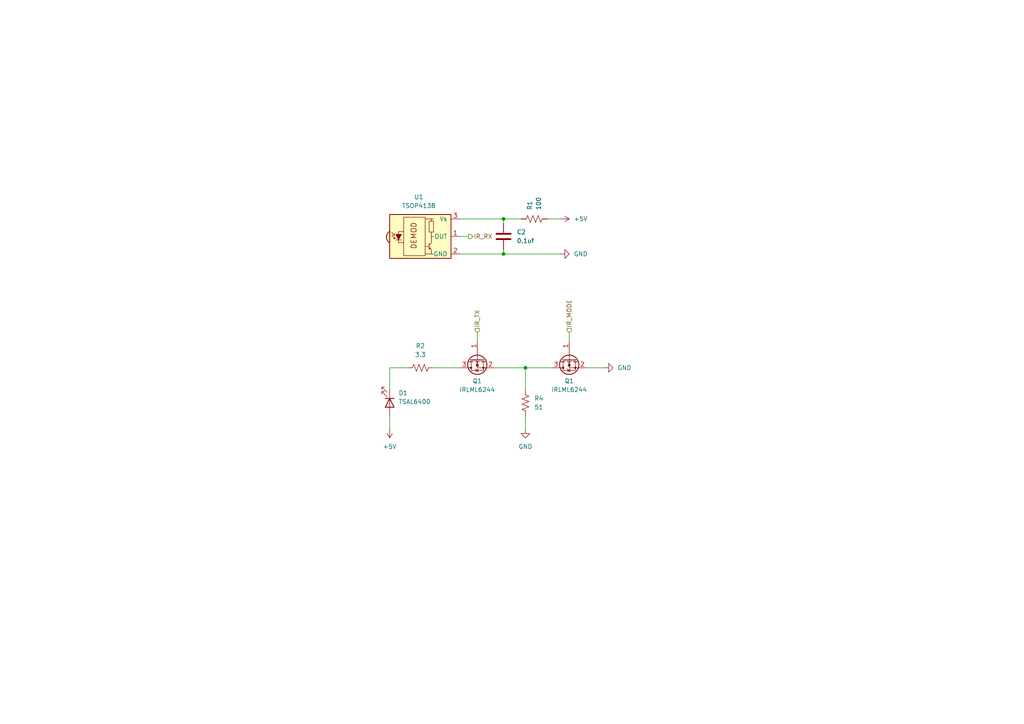
<source format=kicad_sch>
(kicad_sch (version 20230121) (generator eeschema)
  (paper "A4")
  (lib_symbols
    (symbol "Device:C" (pin_numbers hide) (pin_names (offset 0.254))
      (property "Reference" "C" (at 0.635 2.54 0))
      (property "Value" "C" (at 0.635 -2.54 0))
      (symbol "C_0_1"
        (polyline (pts (xy -2.032 -0.762) (xy 2.032 -0.762)) (stroke (width 0.508)))
        (polyline (pts (xy -2.032 0.762) (xy 2.032 0.762)) (stroke (width 0.508)))
      )
      (symbol "C_1_1"
        (pin passive line (at 0 3.81 270) (length 2.794) (name "~") (number "1"))
        (pin passive line (at 0 -3.81 90) (length 2.794) (name "~") (number "2"))
      )
    )
    (symbol "Device:LED" (pin_numbers hide) (pin_names (offset 1.016) hide)
      (property "Reference" "D" (at 0 2.54 0))
      (property "Value" "LED" (at 0 -2.54 0))
      (symbol "LED_0_1"
        (polyline (pts (xy -1.27 -1.27) (xy -1.27 1.27)) (stroke (width 0.254)))
        (polyline (pts (xy -1.27 0) (xy 1.27 0)))
        (polyline (pts (xy 1.27 -1.27) (xy 1.27 1.27) (xy -1.27 0) (xy 1.27 -1.27)) (stroke (width 0.254)))
        (polyline (pts (xy -3.048 -0.762) (xy -4.572 -2.286) (xy -3.81 -2.286) (xy -4.572 -2.286) (xy -4.572 -1.524)))
        (polyline (pts (xy -1.778 -0.762) (xy -3.302 -2.286) (xy -2.54 -2.286) (xy -3.302 -2.286) (xy -3.302 -1.524)))
      )
      (symbol "LED_1_1"
        (pin passive line (at -3.81 0 0) (length 2.54) (name "K") (number "1"))
        (pin passive line (at 3.81 0 180) (length 2.54) (name "A") (number "2"))
      )
    )
    (symbol "Device:R_US" (pin_numbers hide) (pin_names (offset 0))
      (property "Reference" "R" (at 2.54 0 90))
      (property "Value" "R_US" (at -2.54 0 90))
      (symbol "R_US_0_1"
        (polyline (pts (xy 0 -2.286) (xy 0 -2.54)))
        (polyline (pts (xy 0 2.286) (xy 0 2.54)))
        (polyline (pts (xy 0 -0.762) (xy 1.016 -1.143) (xy 0 -1.524) (xy -1.016 -1.905) (xy 0 -2.286)))
        (polyline (pts (xy 0 0.762) (xy 1.016 0.381) (xy 0 0) (xy -1.016 -0.381) (xy 0 -0.762)))
        (polyline (pts (xy 0 2.286) (xy 1.016 1.905) (xy 0 1.524) (xy -1.016 1.143) (xy 0 0.762)))
      )
      (symbol "R_US_1_1"
        (pin passive line (at 0 3.81 270) (length 1.27) (name "~") (number "1"))
        (pin passive line (at 0 -3.81 90) (length 1.27) (name "~") (number "2"))
      )
    )
    (symbol "Interface_Optical:TSOP41xx" (pin_names (offset 1.016))
      (property "Reference" "U" (at -10.16 7.62 0))
      (property "Value" "TSOP41xx" (at -10.16 -7.62 0))
      (symbol "TSOP41xx_0_0"
        (arc (start -10.287 1.397) (mid -11.0899 -0.1852) (end -10.287 -1.778) (stroke (width 0.254)) (fill (type background)))
        (polyline (pts (xy 1.905 -5.08) (xy 0.127 -5.08)))
        (polyline (pts (xy 1.905 5.08) (xy 0.127 5.08)))
        (text "DEMOD" (at -3.175 0.254 900) (effects (font (size 1.524 1.524))))
      )
      (symbol "TSOP41xx_0_1"
        (rectangle (start -6.096 5.588) (end 0.127 -5.588))
        (polyline (pts (xy -8.763 0.381) (xy -9.652 1.27)))
        (polyline (pts (xy -8.763 0.381) (xy -9.271 0.381)))
        (polyline (pts (xy -8.763 0.381) (xy -8.763 0.889)))
        (polyline (pts (xy -8.636 -0.635) (xy -9.525 0.254)))
        (polyline (pts (xy -8.636 -0.635) (xy -9.144 -0.635)))
        (polyline (pts (xy -8.636 -0.635) (xy -8.636 -0.127)))
        (polyline (pts (xy -8.382 -1.016) (xy -6.731 -1.016)))
        (polyline (pts (xy 1.27 -2.921) (xy 0.127 -2.921)))
        (polyline (pts (xy 1.27 -1.905) (xy 1.27 -3.81)))
        (polyline (pts (xy 1.397 -3.556) (xy 1.524 -3.556)))
        (polyline (pts (xy 1.651 -3.556) (xy 1.524 -3.556)))
        (polyline (pts (xy 1.651 -3.556) (xy 1.651 -3.302)))
        (polyline (pts (xy 1.905 0) (xy 1.905 1.27)))
        (polyline (pts (xy 1.905 4.445) (xy 1.905 5.08) (xy 2.54 5.08)))
        (polyline (pts (xy -8.382 0.635) (xy -6.731 0.635) (xy -7.62 -1.016) (xy -8.382 0.635)) (fill (type outline)))
        (polyline (pts (xy -6.096 1.397) (xy -7.62 1.397) (xy -7.62 -1.778) (xy -6.096 -1.778)))
        (polyline (pts (xy 1.27 -3.175) (xy 1.905 -3.81) (xy 1.905 -5.08) (xy 2.54 -5.08)))
        (polyline (pts (xy 1.27 -2.54) (xy 1.905 -1.905) (xy 1.905 0) (xy 2.54 0)))
        (rectangle (start 2.54 1.27) (end 1.27 4.445))
        (rectangle (start 7.62 6.35) (end -10.16 -6.35) (stroke (width 0.254)) (fill (type background)))
      )
      (symbol "TSOP41xx_1_1"
        (pin output line (at 10.16 0 180) (length 2.54) (name "OUT") (number "1"))
        (pin power_in line (at 10.16 -5.08 180) (length 2.54) (name "GND") (number "2"))
        (pin power_in line (at 10.16 5.08 180) (length 2.54) (name "Vs") (number "3"))
      )
    )
    (symbol "Transistor_FET:IRLML6244" (pin_names hide)
      (property "Reference" "Q" (at 5.08 1.905 0))
      (property "Value" "IRLML6244" (at 5.08 0 0))
      (symbol "IRLML6244_0_1"
        (polyline (pts (xy 0.254 0) (xy -2.54 0)))
        (polyline (pts (xy 0.254 1.905) (xy 0.254 -1.905)) (stroke (width 0.254)))
        (polyline (pts (xy 0.762 -1.27) (xy 0.762 -2.286)) (stroke (width 0.254)))
        (polyline (pts (xy 0.762 0.508) (xy 0.762 -0.508)) (stroke (width 0.254)))
        (polyline (pts (xy 0.762 2.286) (xy 0.762 1.27)) (stroke (width 0.254)))
        (polyline (pts (xy 2.54 2.54) (xy 2.54 1.778)))
        (polyline (pts (xy 2.54 -2.54) (xy 2.54 0) (xy 0.762 0)))
        (polyline (pts (xy 0.762 -1.778) (xy 3.302 -1.778) (xy 3.302 1.778) (xy 0.762 1.778)))
        (polyline (pts (xy 1.016 0) (xy 2.032 0.381) (xy 2.032 -0.381) (xy 1.016 0)) (fill (type outline)))
        (polyline (pts (xy 2.794 0.508) (xy 2.921 0.381) (xy 3.683 0.381) (xy 3.81 0.254)))
        (polyline (pts (xy 3.302 0.381) (xy 2.921 -0.254) (xy 3.683 -0.254) (xy 3.302 0.381)))
        (circle (center 1.651 0) (radius 2.794) (stroke (width 0.254)))
        (circle (center 2.54 -1.778) (radius 0.254) (fill (type outline)))
        (circle (center 2.54 1.778) (radius 0.254) (fill (type outline)))
      )
      (symbol "IRLML6244_1_1"
        (pin input line (at -5.08 0 0) (length 2.54) (name "G") (number "1"))
        (pin passive line (at 2.54 -5.08 90) (length 2.54) (name "S") (number "2"))
        (pin passive line (at 2.54 5.08 270) (length 2.54) (name "D") (number "3"))
      )
    )
    (symbol "power:+5V" (power) (pin_names (offset 0))
      (property "Value" "+5V" (at 0 3.556 0))
      (symbol "+5V_0_1"
        (polyline (pts (xy -0.762 1.27) (xy 0 2.54)))
        (polyline (pts (xy 0 0) (xy 0 2.54)))
        (polyline (pts (xy 0 2.54) (xy 0.762 1.27)))
      )
      (symbol "+5V_1_1"
        (pin power_in line (at 0 0 90) (length 0) hide (name "+5V") (number "1"))
      )
    )
    (symbol "power:GND" (power) (pin_names (offset 0))
      (property "Value" "GND" (at 0 -3.81 0))
      (symbol "GND_0_1"
        (polyline (pts (xy 0 0) (xy 0 -1.27) (xy 1.27 -1.27) (xy 0 -2.54) (xy -1.27 -1.27) (xy 0 -1.27)))
      )
      (symbol "GND_1_1"
        (pin power_in line (at 0 0 270) (length 0) hide (name "GND") (number "1"))
      )
    )
  )
  (junction (at 152.4 106.68))
  (junction (at 146.05 73.66))
  (junction (at 146.05 63.5))
  (wire (pts (xy 133.35 63.5) (xy 146.05 63.5)))
  (wire (pts (xy 152.4 120.65) (xy 152.4 124.46)))
  (wire (pts (xy 138.43 96.52) (xy 138.43 99.06)))
  (wire (pts (xy 146.05 73.66) (xy 162.56 73.66)))
  (wire (pts (xy 146.05 63.5) (xy 146.05 64.77)))
  (wire (pts (xy 165.1 96.52) (xy 165.1 99.06)))
  (wire (pts (xy 113.03 106.68) (xy 118.11 106.68)))
  (wire (pts (xy 152.4 106.68) (xy 160.02 106.68)))
  (wire (pts (xy 113.03 120.65) (xy 113.03 124.46)))
  (wire (pts (xy 143.51 106.68) (xy 152.4 106.68)))
  (wire (pts (xy 152.4 106.68) (xy 152.4 113.03)))
  (wire (pts (xy 158.75 63.5) (xy 162.56 63.5)))
  (wire (pts (xy 170.18 106.68) (xy 175.26 106.68)))
  (wire (pts (xy 146.05 72.39) (xy 146.05 73.66)))
  (wire (pts (xy 133.35 68.58) (xy 135.89 68.58)))
  (wire (pts (xy 146.05 63.5) (xy 151.13 63.5)))
  (wire (pts (xy 125.73 106.68) (xy 133.35 106.68)))
  (wire (pts (xy 113.03 113.03) (xy 113.03 106.68)))
  (wire (pts (xy 133.35 73.66) (xy 146.05 73.66)))
  (hierarchical_label "IR_TX" (shape input) (at 138.43 96.52 90))
  (hierarchical_label "IR_RX" (shape output) (at 135.89 68.58 0))
  (hierarchical_label "IR_MODE" (shape input) (at 165.1 96.52 90))
  (symbol (lib_id "power:+5V") (at 162.56 63.5 270) (unit 1)
    (property "Reference" "#PWR05" (effects hide))
    (property "Value" "+5V" (at 166.37 63.5 90) (effects (justify left)))
    (instances (project "OpenLTTO Sensor Module" (path "" (reference "#PWR05") (unit 1)) (path "" (reference "#PWR014") (unit 1)) (path "" (reference "#PWR019") (unit 1)) (path "" (reference "#PWR024") (unit 1))) (project "OpenLTTO Barrel Module" (path "" (reference "#PWR08") (unit 1))))
  )
  (symbol (lib_id "power:GND") (at 175.26 106.68 90) (unit 1)
    (property "Reference" "#PWR011" (effects hide))
    (property "Value" "GND" (at 179.07 106.68 90) (effects (justify right)))
    (instances (project "OpenLTTO Sensor Module" (path "" (reference "#PWR011") (unit 1)) (path "" (reference "#PWR016") (unit 1)) (path "" (reference "#PWR021") (unit 1)) (path "" (reference "#PWR026") (unit 1))) (project "OpenLTTO Barrel Module" (path "" (reference "#PWR04") (unit 1))))
  )
  (symbol (lib_id "power:GND") (at 152.4 124.46 0) (unit 1)
    (property "Reference" "#PWR09" (effects hide))
    (property "Value" "GND" (at 152.4 129.54 0))
    (instances (project "OpenLTTO Sensor Module" (path "" (reference "#PWR09") (unit 1)) (path "" (reference "#PWR010") (unit 1)) (path "" (reference "#PWR018") (unit 1)) (path "" (reference "#PWR023") (unit 1))) (project "OpenLTTO Barrel Module" (path "" (reference "#PWR03") (unit 1))))
  )
  (symbol (lib_id "power:GND") (at 162.56 73.66 90) (unit 1)
    (property "Reference" "#PWR06" (effects hide))
    (property "Value" "GND" (at 166.37 73.66 90) (effects (justify right)))
    (instances (project "OpenLTTO Sensor Module" (path "" (reference "#PWR06") (unit 1)) (path "" (reference "#PWR015") (unit 1)) (path "" (reference "#PWR020") (unit 1)) (path "" (reference "#PWR025") (unit 1))) (project "OpenLTTO Barrel Module" (path "" (reference "#PWR09") (unit 1))))
  )
  (symbol (lib_id "Device:R_US") (at 152.4 116.84 0) (unit 1)
    (property "Reference" "R4" (at 154.94 115.57 0) (effects (justify left)))
    (property "Value" "51" (at 154.94 118.11 0) (effects (justify left)))
    (property "Footprint" "Resistor_SMD:R_1206_3216Metric_Pad1.30x1.75mm_HandSolder" (effects hide))
    (instances (project "OpenLTTO Sensor Module" (path "" (reference "R4") (unit 1)) (path "" (reference "R5") (unit 1)) (path "" (reference "R8") (unit 1)) (path "" (reference "R11") (unit 1))) (project "OpenLTTO Barrel Module" (path "" (reference "R1") (unit 1))))
  )
  (symbol (lib_id "Interface_Optical:TSOP41xx") (at 123.19 68.58 0) (unit 1)
    (property "Reference" "U1" (at 121.455 57.15 0))
    (property "Value" "TSOP4138" (at 121.455 59.69 0))
    (property "Footprint" "OptoDevice:Vishay_MOLD-3Pin" (effects hide))
    (property "Datasheet" "http://www.vishay.com/docs/82460/tsop45.pdf" (effects hide))
    (instances (project "OpenLTTO Sensor Module" (path "" (reference "U1") (unit 1)) (path "" (reference "U2") (unit 1)) (path "" (reference "U3") (unit 1)) (path "" (reference "U4") (unit 1))) (project "OpenLTTO Barrel Module" (path "" (reference "U1") (unit 1))))
  )
  (symbol (lib_id "Device:LED") (at 113.03 116.84 270) (unit 1)
    (property "Reference" "D1" (at 115.57 113.9825 90) (effects (justify left)))
    (property "Value" "TSAL6400" (at 115.57 116.5225 90) (effects (justify left)))
    (property "Footprint" "LED_THT:LED_D5.0mm_IRBlack" (effects hide))
    (property "Datasheet" "https://www.vishay.com/docs/81011/tsal6400.pdf" (effects hide))
    (instances (project "OpenLTTO Sensor Module" (path "" (reference "D1") (unit 1)) (path "" (reference "D2") (unit 1)) (path "" (reference "D3") (unit 1)) (path "" (reference "D4") (unit 1))) (project "OpenLTTO Barrel Module" (path "" (reference "D1") (unit 1))))
  )
  (symbol (lib_id "Transistor_FET:IRLML6244") (at 165.1 104.14 90) (mirror x) (unit 1)
    (property "Reference" "Q1" (at 165.1 110.49 90))
    (property "Value" "IRLML6244" (at 165.1 113.03 90))
    (property "Footprint" "Package_TO_SOT_SMD:SOT-23" (effects hide))
    (property "Datasheet" "https://www.infineon.com/dgdl/Infineon-IRLML6244-DataSheet-v01_01-EN.pdf?fileId=5546d462533600a4015356686fed261f" (effects hide))
    (instances (project "OpenLTTO Motherboard" (path "" (reference "Q1") (unit 1))) (project "OpenLTTO Sensor Module" (path "" (reference "Q3") (unit 1)) (path "" (reference "Q4") (unit 1)) (path "" (reference "Q6") (unit 1)) (path "" (reference "Q8") (unit 1))) (project "OpenLTTO Barrel Module" (path "" (reference "Q1") (unit 1))))
  )
  (symbol (lib_id "Device:C") (at 146.05 68.58 0) (unit 1)
    (property "Reference" "C2" (at 149.86 67.31 0) (effects (justify left)))
    (property "Value" "0.1uf" (at 149.86 69.85 0) (effects (justify left)))
    (property "Footprint" "Capacitor_SMD:C_1206_3216Metric_Pad1.33x1.80mm_HandSolder" (effects hide))
    (instances (project "OpenLTTO Sensor Module" (path "" (reference "C2") (unit 1)) (path "" (reference "C4") (unit 1)) (path "" (reference "C5") (unit 1)) (path "" (reference "C6") (unit 1))) (project "OpenLTTO Barrel Module" (path "" (reference "C2") (unit 1))))
  )
  (symbol (lib_id "power:+5V") (at 113.03 124.46 180) (unit 1)
    (property "Reference" "#PWR07" (effects hide))
    (property "Value" "+5V" (at 113.03 129.54 0))
    (instances (project "OpenLTTO Sensor Module" (path "" (reference "#PWR07") (unit 1)) (path "" (reference "#PWR08") (unit 1)) (path "" (reference "#PWR017") (unit 1)) (path "" (reference "#PWR022") (unit 1))) (project "OpenLTTO Barrel Module" (path "" (reference "#PWR05") (unit 1))))
  )
  (symbol (lib_id "Transistor_FET:IRLML6244") (at 138.43 104.14 90) (mirror x) (unit 1)
    (property "Reference" "Q1" (at 138.43 110.49 90))
    (property "Value" "IRLML6244" (at 138.43 113.03 90))
    (property "Footprint" "Package_TO_SOT_SMD:SOT-23" (effects hide))
    (property "Datasheet" "https://www.infineon.com/dgdl/Infineon-IRLML6244-DataSheet-v01_01-EN.pdf?fileId=5546d462533600a4015356686fed261f" (effects hide))
    (instances (project "OpenLTTO Motherboard" (path "" (reference "Q1") (unit 1))) (project "OpenLTTO Sensor Module" (path "" (reference "Q1") (unit 1)) (path "" (reference "Q2") (unit 1)) (path "" (reference "Q5") (unit 1)) (path "" (reference "Q7") (unit 1))) (project "OpenLTTO Barrel Module" (path "" (reference "Q2") (unit 1))))
  )
  (symbol (lib_id "Device:R_US") (at 154.94 63.5 90) (unit 1)
    (property "Reference" "R1" (at 153.67 60.96 0) (effects (justify left)))
    (property "Value" "100" (at 156.21 60.96 0) (effects (justify left)))
    (property "Footprint" "Resistor_SMD:R_1206_3216Metric_Pad1.30x1.75mm_HandSolder" (effects hide))
    (instances (project "OpenLTTO Sensor Module" (path "" (reference "R1") (unit 1)) (path "" (reference "R6") (unit 1)) (path "" (reference "R9") (unit 1)) (path "" (reference "R12") (unit 1))) (project "OpenLTTO Barrel Module" (path "" (reference "R3") (unit 1))))
  )
  (symbol (lib_id "Device:R_US") (at 121.92 106.68 90) (unit 1)
    (property "Reference" "R2" (at 121.92 100.33 90))
    (property "Value" "3.3" (at 121.92 102.87 90))
    (property "Footprint" "Resistor_SMD:R_1206_3216Metric_Pad1.30x1.75mm_HandSolder" (effects hide))
    (instances (project "OpenLTTO Sensor Module" (path "" (reference "R2") (unit 1)) (path "" (reference "R3") (unit 1)) (path "" (reference "R7") (unit 1)) (path "" (reference "R10") (unit 1))) (project "OpenLTTO Barrel Module" (path "" (reference "R2") (unit 1))))
  )
)
</source>
